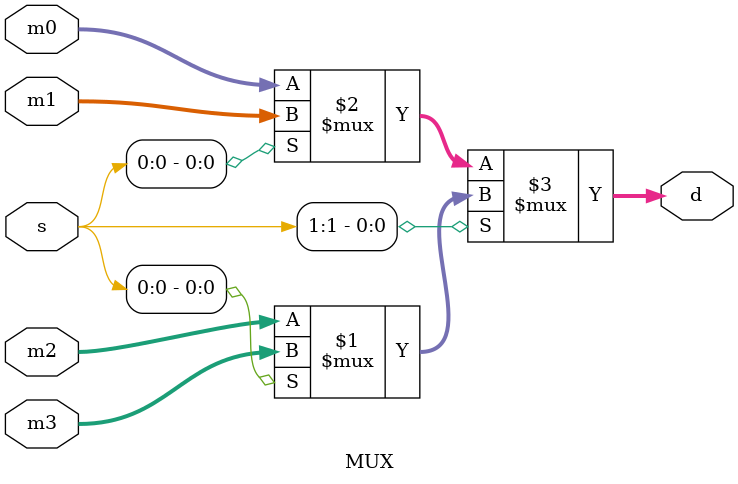
<source format=sv>
module MUX(input logic [23:0] m0,m1,m2,m3,
			  input logic [1:0] s,
			  output logic [23:0] d);
			  
	assign d = s[1] ? (s[0] ? m3:m2) : (s[0] ? m1:m0);
	
endmodule 
</source>
